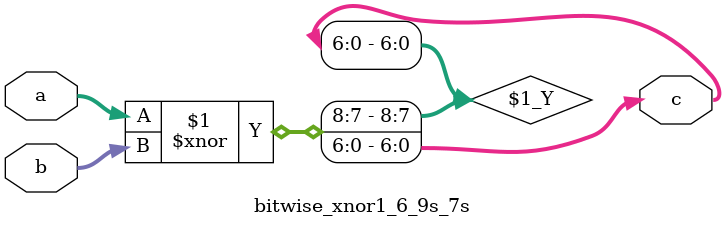
<source format=v>
module bitwise_xnor1_6_9s_7s(a, b, c);
  input [5:0] a;
  input signed [8:0] b;
  output signed [6:0] c;
  assign c = a ~^ b;
endmodule

</source>
